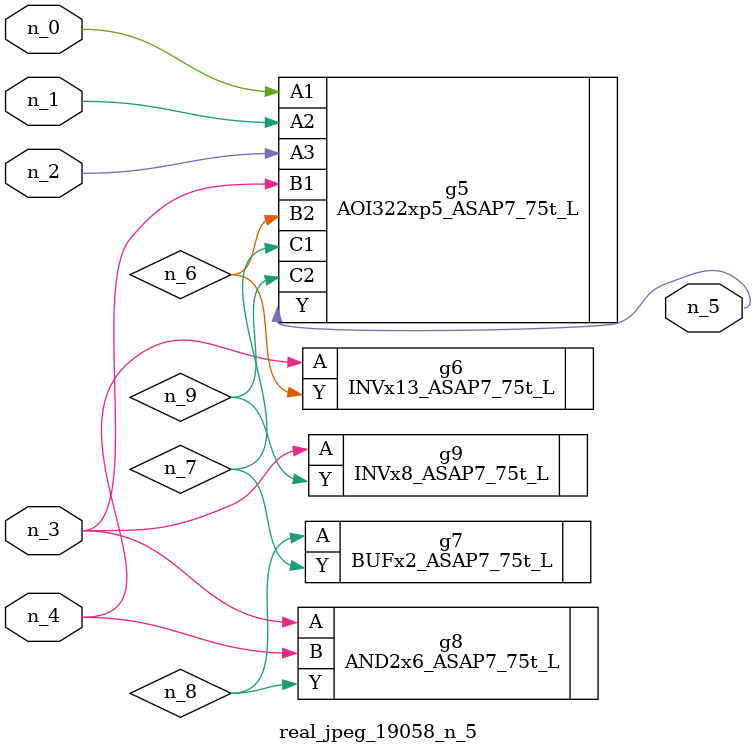
<source format=v>
module real_jpeg_19058_n_5 (n_4, n_0, n_1, n_2, n_3, n_5);

input n_4;
input n_0;
input n_1;
input n_2;
input n_3;

output n_5;

wire n_8;
wire n_6;
wire n_7;
wire n_9;

AOI322xp5_ASAP7_75t_L g5 ( 
.A1(n_0),
.A2(n_1),
.A3(n_2),
.B1(n_3),
.B2(n_6),
.C1(n_7),
.C2(n_9),
.Y(n_5)
);

AND2x6_ASAP7_75t_L g8 ( 
.A(n_3),
.B(n_4),
.Y(n_8)
);

INVx8_ASAP7_75t_L g9 ( 
.A(n_3),
.Y(n_9)
);

INVx13_ASAP7_75t_L g6 ( 
.A(n_4),
.Y(n_6)
);

BUFx2_ASAP7_75t_L g7 ( 
.A(n_8),
.Y(n_7)
);


endmodule
</source>
